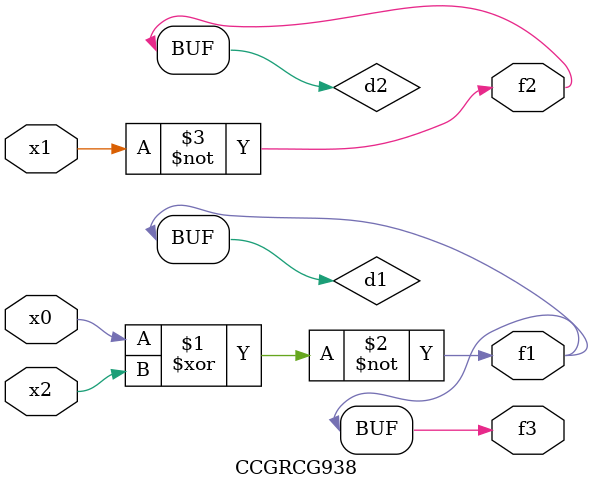
<source format=v>
module CCGRCG938(
	input x0, x1, x2,
	output f1, f2, f3
);

	wire d1, d2, d3;

	xnor (d1, x0, x2);
	nand (d2, x1);
	nor (d3, x1, x2);
	assign f1 = d1;
	assign f2 = d2;
	assign f3 = d1;
endmodule

</source>
